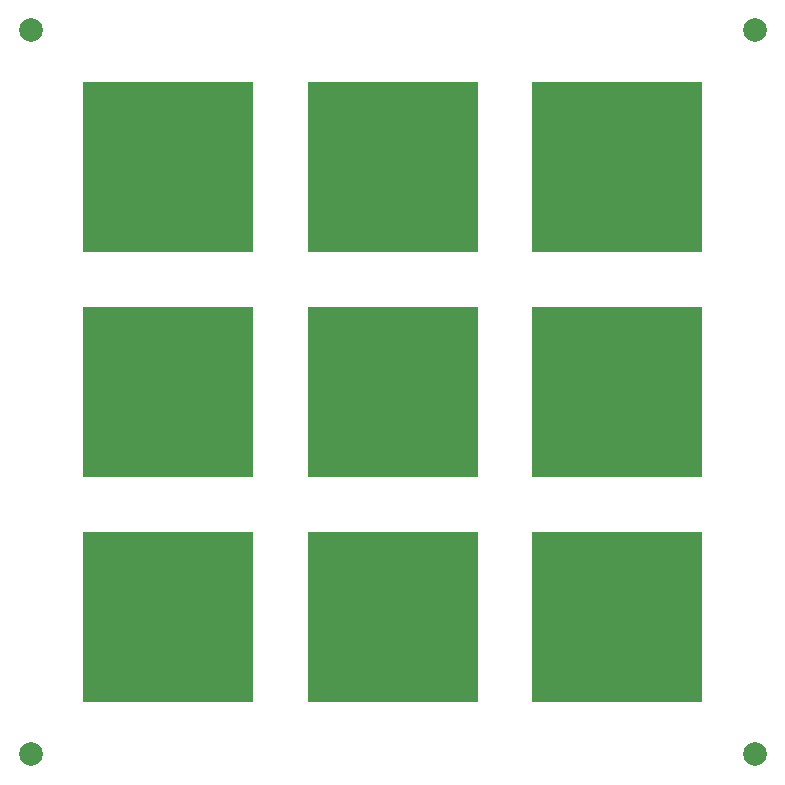
<source format=gbr>
%TF.GenerationSoftware,Altium Limited,Altium Designer,20.1.12 (249)*%
G04 Layer_Color=0*
%FSLAX26Y26*%
%MOIN*%
%TF.SameCoordinates,ED1CB289-3ACA-407E-AFEC-9D8622C581BC*%
%TF.FilePolarity,Positive*%
%TF.FileFunction,Plated,1,2,PTH,Drill*%
%TF.Part,Single*%
G01*
G75*
%TA.AperFunction,OtherDrill,Pad Free-4 (1383.465mil,2135.236mil)*%
%ADD16R,0.570866X0.570866*%
%TA.AperFunction,OtherDrill,Pad Free-4 (634.252mil,2135.236mil)*%
%ADD17R,0.570866X0.570866*%
%TA.AperFunction,OtherDrill,Pad Free-4 (2132.638mil,2135.236mil)*%
%ADD18R,0.570866X0.570866*%
%TA.AperFunction,OtherDrill,Pad Free-4 (2132.638mil,1386.024mil)*%
%ADD19R,0.570866X0.570866*%
%TA.AperFunction,OtherDrill,Pad Free-4 (2132.638mil,636.811mil)*%
%ADD20R,0.570866X0.570866*%
%TA.AperFunction,OtherDrill,Pad Free-4 (634.252mil,1386.024mil)*%
%ADD21R,0.570866X0.570866*%
%TA.AperFunction,OtherDrill,Pad Free-4 (1383.465mil,1386.024mil)*%
%ADD22R,0.570866X0.570866*%
%TA.AperFunction,OtherDrill,Pad Free-4 (1383.465mil,636.811mil)*%
%ADD23R,0.570866X0.570866*%
%TA.AperFunction,OtherDrill,Pad Free-4 (634.252mil,636.811mil)*%
%ADD24R,0.570866X0.570866*%
%TA.AperFunction,OtherDrill,Pad Free-3 (2589.921mil,177.165mil)*%
%ADD25C,0.078740*%
%TA.AperFunction,OtherDrill,Pad Free-3 (2589.921mil,2590.551mil)*%
%ADD26C,0.078740*%
%TA.AperFunction,OtherDrill,Pad Free-3 (176.536mil,177.165mil)*%
%ADD27C,0.078740*%
%TA.AperFunction,OtherDrill,Pad Free-3 (176.536mil,2590.551mil)*%
%ADD28C,0.078740*%
D16*
X1383465Y2135236D02*
D03*
D17*
X634252D02*
D03*
D18*
X2132638D02*
D03*
D19*
Y1386024D02*
D03*
D20*
Y636811D02*
D03*
D21*
X634252Y1386024D02*
D03*
D22*
X1383465D02*
D03*
D23*
Y636811D02*
D03*
D24*
X634252D02*
D03*
D25*
X2589921Y177165D02*
D03*
D26*
Y2590551D02*
D03*
D03*
D03*
D27*
X176536Y177165D02*
D03*
D28*
Y2590551D02*
D03*
%TF.MD5,db047c88a4377529789a377243f2cecf*%
M02*

</source>
